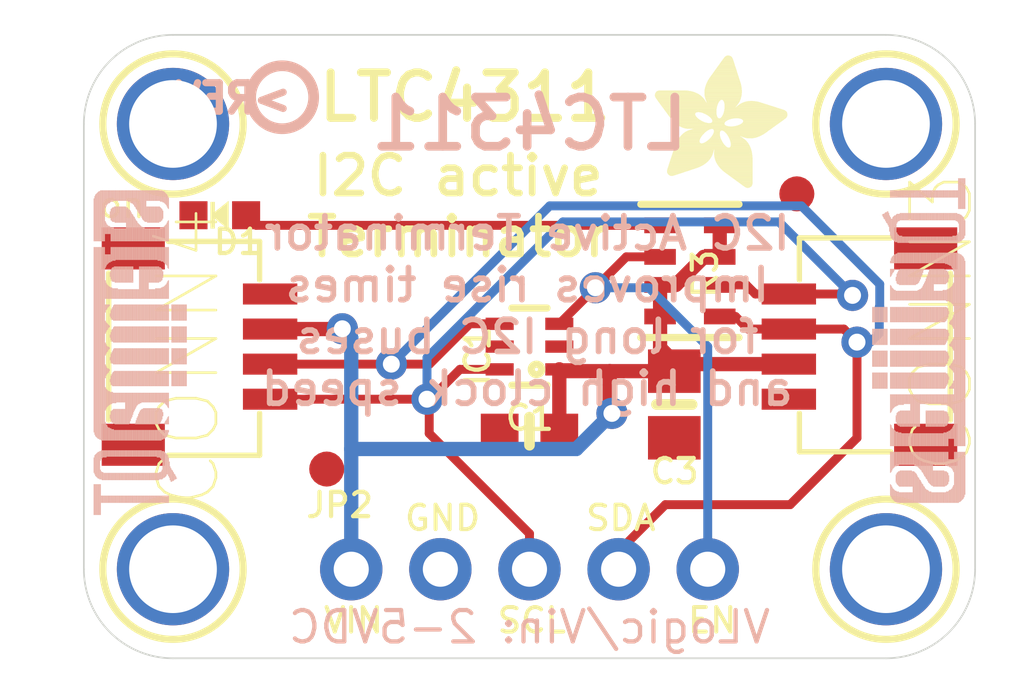
<source format=kicad_pcb>
(kicad_pcb (version 20211014) (generator pcbnew)
  (layers (0 "F.Cu" signal) (31 "B.Cu" signal) (34 "B.Paste" user) (35 "F.Paste" user) (36 "B.SilkS" user "B.Silkscreen") (37 "F.SilkS" user "F.Silkscreen") (38 "B.Mask" user) (39 "F.Mask" user) (44 "Edge.Cuts" user))
  (net 0 "")
  (net 1 "GND")
  (net 2 "SDA")
  (net 3 "SCL")
  (net 4 "VCC")
  (net 5 "N$1")
  (net 6 "EN")
  (footprint "boardEagle:FIDUCIAL_1MM" (layer "F.Cu") (at 156.1211 100.6475)
    (fp_text reference "FID4" hide)
    (fp_text value "FIDUCIAL_1MM" hide)
    (pad "1" smd roundrect (at 0 0) (size 1 1) (layers "F.Cu" "F.Mask") (roundrect_rratio 0.5))
  )
  (footprint "boardEagle:MOUNTINGHOLE_2.5_PLATED" (layer "F.Cu") (at 158.6611 98.6536)
    (fp_text reference "U$17" hide)
    (fp_text value "MOUNTINGHOLE2.5" hide)
    (pad "P$1" thru_hole circle (at 0 0) (size 3.2 3.2) (drill 2.5) (layers *.Cu *.Mask))
  )
  (footprint "boardEagle:ADAFRUIT_3.5MM" (layer "F.Cu") (at 152.0571 100.4951)
    (fp_text reference "U$22" hide)
    (fp_text value "" hide)
  )
  (footprint "boardEagle:MOUNTINGHOLE_2.5_PLATED" (layer "F.Cu") (at 158.6611 111.3536)
    (fp_text reference "U$21" hide)
    (fp_text value "MOUNTINGHOLE2.5" hide)
    (pad "P$1" thru_hole circle (at 0 0) (size 3.2 3.2) (drill 2.5) (layers *.Cu *.Mask))
  )
  (footprint "boardEagle:0603-NO" (layer "F.Cu") (at 148.5011 107.4166 180)
    (fp_text reference "C1" (at -0.762 0.381) (layer "F.SilkS") (effects (font (size 0.692831 0.692831) (thickness 0.119969)) (justify right)))
    (fp_text value "0.1uF")
    (pad "1" smd rect (at -0.85 0 180) (size 1.075 1) (layers "F.Cu" "F.Paste" "F.Mask") (net 4 "VCC"))
    (pad "2" smd rect (at 0.85 0 180) (size 1.075 1) (layers "F.Cu" "F.Paste" "F.Mask") (net 1 "GND"))
  )
  (footprint "boardEagle:RESPACK_4X0603" (layer "F.Cu") (at 153.0731 102.8446 90)
    (fp_text reference "R3" (at -0.838 0.432 90) (layer "F.SilkS") (effects (font (size 0.692831 0.692831) (thickness 0.119969)) (justify left)))
    (fp_text value "10K")
    (pad "1" smd rect (at -1.3 0.85 90) (size 0.45 0.9) (layers "F.Cu" "F.Paste" "F.Mask") (net 2 "SDA"))
    (pad "2" smd rect (at -0.4 0.85 90) (size 0.45 0.9) (layers "F.Cu" "F.Paste" "F.Mask") (net 3 "SCL"))
    (pad "3" smd rect (at 0.4 0.85 90) (size 0.45 0.9) (layers "F.Cu" "F.Paste" "F.Mask") (net 4 "VCC"))
    (pad "4" smd rect (at 1.3 0.85 90) (size 0.45 0.9) (layers "F.Cu" "F.Paste" "F.Mask") (net 4 "VCC"))
    (pad "5" smd rect (at 1.3 -0.85 90) (size 0.45 0.9) (layers "F.Cu" "F.Paste" "F.Mask") (net 5 "N$1"))
    (pad "6" smd rect (at 0.4 -0.85 90) (size 0.45 0.9) (layers "F.Cu" "F.Paste" "F.Mask") (net 6 "EN"))
    (pad "7" smd rect (at -0.4 -0.85 90) (size 0.45 0.9) (layers "F.Cu" "F.Paste" "F.Mask") (net 4 "VCC"))
    (pad "8" smd rect (at -1.3 -0.85 90) (size 0.45 0.9) (layers "F.Cu" "F.Paste" "F.Mask") (net 4 "VCC"))
  )
  (footprint "boardEagle:SC70-6L" (layer "F.Cu") (at 148.5011 105.0036 90)
    (fp_text reference "IC1" (at -1.2 -1.477 90) (layer "F.SilkS") (effects (font (size 0.692831 0.692831) (thickness 0.119969)) (justify left)))
    (fp_text value "LTC4311_SC70")
    (pad "1" smd rect (at -0.65 0.85 90) (size 0.35 0.8) (layers "F.Cu" "F.Paste" "F.Mask") (net 4 "VCC"))
    (pad "2" smd rect (at 0 0.85 90) (size 0.35 0.8) (layers "F.Cu" "F.Paste" "F.Mask") (net 1 "GND"))
    (pad "3" smd rect (at 0.65 0.85 90) (size 0.35 0.8) (layers "F.Cu" "F.Paste" "F.Mask") (net 6 "EN"))
    (pad "4" smd rect (at 0.65 -0.85 90) (size 0.35 0.8) (layers "F.Cu" "F.Paste" "F.Mask") (net 2 "SDA"))
    (pad "5" smd rect (at 0 -0.85 90) (size 0.35 0.8) (layers "F.Cu" "F.Paste" "F.Mask") (net 1 "GND"))
    (pad "6" smd rect (at -0.65 -0.85 90) (size 0.35 0.8) (layers "F.Cu" "F.Paste" "F.Mask") (net 3 "SCL"))
  )
  (footprint "boardEagle:FIDUCIAL_1MM" (layer "F.Cu") (at 142.7226 108.4961)
    (fp_text reference "FID3" hide)
    (fp_text value "FIDUCIAL_1MM" hide)
    (pad "1" smd roundrect (at 0 0) (size 1 1) (layers "F.Cu" "F.Mask") (roundrect_rratio 0.5))
  )
  (footprint "boardEagle:JST_SH4" (layer "F.Cu") (at 138.5951 105.0036 -90)
    (fp_text reference "CONN4" (at -4.092 -0.185 90) (layer "F.SilkS") (effects (font (size 1.703222 1.703222) (thickness 0.074778)) (justify right)))
    (fp_text value "STEMMA_I2C_QT" hide)
    (pad "1" smd rect (at -1.5 -2.514) (size 1.55 0.6) (layers "F.Cu" "F.Paste" "F.Mask") (net 1 "GND"))
    (pad "2" smd rect (at -0.5 -2.514) (size 1.55 0.6) (layers "F.Cu" "F.Paste" "F.Mask") (net 4 "VCC"))
    (pad "3" smd rect (at 0.5 -2.514) (size 1.55 0.6) (layers "F.Cu" "F.Paste" "F.Mask") (net 2 "SDA"))
    (pad "4" smd rect (at 1.5 -2.514) (size 1.55 0.6) (layers "F.Cu" "F.Paste" "F.Mask") (net 3 "SCL"))
    (pad "MT1" smd rect (at -2.8 1.386) (size 1.8 1.2) (layers "F.Cu" "F.Paste" "F.Mask"))
    (pad "MT2" smd rect (at 2.8 1.386) (size 1.8 1.2) (layers "F.Cu" "F.Paste" "F.Mask"))
  )
  (footprint "boardEagle:CHIPLED_0603_NOOUTLINE" (layer "F.Cu") (at 139.6746 101.2571 90)
    (fp_text reference "D1" (at -0.762 1.27) (layer "F.SilkS") (effects (font (size 0.692831 0.692831) (thickness 0.119969)) (justify right)))
    (fp_text value "GREEN")
    (pad "A" smd rect (at 0 0.75 90) (size 0.8 0.8) (layers "F.Cu" "F.Paste" "F.Mask") (net 5 "N$1"))
    (pad "C" smd rect (at 0 -0.75 90) (size 0.8 0.8) (layers "F.Cu" "F.Paste" "F.Mask") (net 1 "GND"))
  )
  (footprint "boardEagle:MOUNTINGHOLE_2.5_PLATED" (layer "F.Cu") (at 138.3411 98.6536)
    (fp_text reference "U$1" hide)
    (fp_text value "MOUNTINGHOLE2.5" hide)
    (pad "P$1" thru_hole circle (at 0 0) (size 3.2 3.2) (drill 2.5) (layers *.Cu *.Mask))
  )
  (footprint "boardEagle:JST_SH4" (layer "F.Cu") (at 158.4071 105.0036 90)
    (fp_text reference "CONN3" (at -3.711 1.847 90) (layer "F.SilkS") (effects (font (size 1.703222 1.703222) (thickness 0.074778)) (justify left)))
    (fp_text value "STEMMA_I2C_QT" hide)
    (pad "1" smd rect (at -1.5 -2.514 180) (size 1.55 0.6) (layers "F.Cu" "F.Paste" "F.Mask") (net 1 "GND"))
    (pad "2" smd rect (at -0.5 -2.514 180) (size 1.55 0.6) (layers "F.Cu" "F.Paste" "F.Mask") (net 4 "VCC"))
    (pad "3" smd rect (at 0.5 -2.514 180) (size 1.55 0.6) (layers "F.Cu" "F.Paste" "F.Mask") (net 2 "SDA"))
    (pad "4" smd rect (at 1.5 -2.514 180) (size 1.55 0.6) (layers "F.Cu" "F.Paste" "F.Mask") (net 3 "SCL"))
    (pad "MT1" smd rect (at -2.8 1.386 180) (size 1.8 1.2) (layers "F.Cu" "F.Paste" "F.Mask"))
    (pad "MT2" smd rect (at 2.8 1.386 180) (size 1.8 1.2) (layers "F.Cu" "F.Paste" "F.Mask"))
  )
  (footprint "boardEagle:0805-NO" (layer "F.Cu") (at 152.6286 106.6546 -90)
    (fp_text reference "C3" (at 1.905 -0.762) (layer "F.SilkS") (effects (font (size 0.692831 0.692831) (thickness 0.119969)) (justify right)))
    (fp_text value "10uF")
    (pad "1" smd rect (at -0.95 0 270) (size 1.24 1.5) (layers "F.Cu" "F.Paste" "F.Mask") (net 4 "VCC"))
    (pad "2" smd rect (at 0.95 0 270) (size 1.24 1.5) (layers "F.Cu" "F.Paste" "F.Mask") (net 1 "GND"))
  )
  (footprint "boardEagle:1X05_ROUND_70" (layer "F.Cu") (at 148.5011 111.3536)
    (fp_text reference "JP2" (at -6.4262 -1.8288) (layer "F.SilkS") (effects (font (size 0.692831 0.692831) (thickness 0.119969)) (justify left)))
    (fp_text value "")
    (pad "1" thru_hole circle (at -5.08 0 90) (size 1.778 1.778) (drill 1) (layers *.Cu *.Mask) (net 4 "VCC"))
    (pad "2" thru_hole circle (at -2.54 0 90) (size 1.778 1.778) (drill 1) (layers *.Cu *.Mask) (net 1 "GND"))
    (pad "3" thru_hole circle (at 0 0 90) (size 1.778 1.778) (drill 1) (layers *.Cu *.Mask) (net 3 "SCL"))
    (pad "4" thru_hole circle (at 2.54 0 90) (size 1.778 1.778) (drill 1) (layers *.Cu *.Mask) (net 2 "SDA"))
    (pad "5" thru_hole circle (at 5.08 0 90) (size 1.778 1.778) (drill 1) (layers *.Cu *.Mask) (net 6 "EN"))
  )
  (footprint "boardEagle:MOUNTINGHOLE_2.5_PLATED" (layer "F.Cu") (at 138.3411 111.3536)
    (fp_text reference "U$19" hide)
    (fp_text value "MOUNTINGHOLE2.5" hide)
    (pad "P$1" thru_hole circle (at 0 0) (size 3.2 3.2) (drill 2.5) (layers *.Cu *.Mask))
  )
  (footprint "boardEagle:PCBFEAT-REV-040" (layer "B.Cu") (at 141.4526 97.8916 180)
    (fp_text reference "U$25" hide)
    (fp_text value "" hide)
    (fp_text user ">REV" (at -0.3556 -0.508) (layer "B.SilkS") (effects (font (size 0.8128 0.8128) (thickness 0.2032)) (justify left bottom mirror)))
  )
  (footprint "boardEagle:STEMMAQT" (layer "B.Cu") (at 158.2801 109.4486 90)
    (fp_text reference "U$30" hide)
    (fp_text value "" hide)
  )
  (footprint "boardEagle:STEMMAQT" (layer "B.Cu") (at 138.7221 100.5586 -90)
    (fp_text reference "U$31" hide)
    (fp_text value "" hide)
  )
  (gr_arc (start 135.8011 98.6536) (mid 136.545049 96.857549) (end 138.3411 96.1136) (layer "Edge.Cuts") (width 0.05))
  (gr_line (start 161.2011 111.3536) (end 161.2011 98.6536) (layer "Edge.Cuts") (width 0.05))
  (gr_arc (start 138.3411 113.8936) (mid 136.545049 113.149651) (end 135.8011 111.3536) (layer "Edge.Cuts") (width 0.05))
  (gr_arc (start 158.6611 96.1136) (mid 160.457151 96.857549) (end 161.2011 98.6536) (layer "Edge.Cuts") (width 0.05))
  (gr_arc (start 161.2011 111.3536) (mid 160.457151 113.149651) (end 158.6611 113.8936) (layer "Edge.Cuts") (width 0.05))
  (gr_line (start 158.6611 96.1136) (end 138.3411 96.1136) (layer "Edge.Cuts") (width 0.05))
  (gr_line (start 138.3411 113.8936) (end 158.6611 113.8936) (layer "Edge.Cuts") (width 0.05))
  (gr_line (start 135.8011 98.6536) (end 135.8011 111.3536) (layer "Edge.Cuts") (width 0.05))
  (gr_text "VLogic/Vin: 2-5VDC" (at 148.5011 113.0046) (layer "B.SilkS") (effects (font (size 0.89408 0.89408) (thickness 0.12192)) (justify mirror)))
  (gr_text "I2C Active Terminator\nImproves rise times\nfor long I2C buses\nand high clock speed" (at 148.4376 103.9876) (layer "B.SilkS") (effects (font (size 0.917575 0.917575) (thickness 0.161925)) (justify mirror)))
  (gr_text "LTC4311" (at 148.5011 98.6536) (layer "B.SilkS") (effects (font (size 1.40335 1.40335) (thickness 0.24765)) (justify mirror)))
  (gr_text "VIN" (at 143.4846 112.8141) (layer "F.SilkS") (effects (font (size 0.699008 0.699008) (thickness 0.113792))))
  (gr_text "LTC4311" (at 146.6596 97.8916) (layer "F.SilkS") (effects (font (size 1.2954 1.2954) (thickness 0.2286))))
  (gr_text "I2C active\nTerminator" (at 146.4691 101.0031) (layer "F.SilkS") (effects (font (size 1.0795 1.0795) (thickness 0.1905))))
  (gr_text "EN" (at 153.7081 112.8141) (layer "F.SilkS") (effects (font (size 0.699008 0.699008) (thickness 0.113792))))
  (gr_text "GND" (at 146.0246 109.8931) (layer "F.SilkS") (effects (font (size 0.699008 0.699008) (thickness 0.113792))))
  (gr_text "SCL" (at 148.5646 112.8141) (layer "F.SilkS") (effects (font (size 0.699008 0.699008) (thickness 0.113792))))
  (gr_text "SDA" (at 151.1046 109.8931) (layer "F.SilkS") (effects (font (size 0.699008 0.699008) (thickness 0.113792))))
  (gr_text "on" (at 136.1821 101.3841) (layer "F.SilkS") (effects (font (size 0.715264 0.715264) (thickness 0.097536)) (justify left bottom)))
  (segment (start 146.8016 104.3536) (end 145.6516 105.5036) (width 0.254) (layer "F.Cu") (net 2))
  (segment (start 157.8356 104.8766) (end 157.4626 104.5036) (width 0.254) (layer "F.Cu") (net 2))
  (segment (start 154.7321 104.5036) (end 155.8931 104.5036) (width 0.254) (layer "F.Cu") (net 2))
  (segment (start 157.4626 104.5036) (end 155.8931 104.5036) (width 0.254) (layer "F.Cu") (net 2))
  (segment (start 154.3731 104.1446) (end 154.7321 104.5036) (width 0.254) (layer "F.Cu") (net 2))
  (segment (start 146.8016 104.3536) (end 147.6511 104.3536) (width 0.254) (layer "F.Cu") (net 2))
  (segment (start 152.3746 109.5121) (end 155.9306 109.5121) (width 0.254) (layer "F.Cu") (net 2))
  (segment (start 151.0411 110.8456) (end 152.3746 109.5121) (width 0.254) (layer "F.Cu") (net 2))
  (segment (start 157.8356 107.6071) (end 157.8356 104.8766) (width 0.254) (layer "F.Cu") (net 2))
  (segment (start 153.9231 104.1446) (end 154.3731 104.1446) (width 0.254) (layer "F.Cu") (net 2))
  (segment (start 145.6516 105.5036) (end 144.5641 105.5036) (width 0.254) (layer "F.Cu") (net 2))
  (segment (start 155.9306 109.5121) (end 157.8356 107.6071) (width 0.254) (layer "F.Cu") (net 2))
  (segment (start 151.0411 111.3536) (end 151.0411 110.8456) (width 0.254) (layer "F.Cu") (net 2))
  (segment (start 141.1091 105.5036) (end 144.5641 105.5036) (width 0.254) (layer "F.Cu") (net 2))
  (via (at 157.8356 104.8766) (size 0.889) (drill 0.4826) (layers "F.Cu" "B.Cu") (net 2))
  (via (at 144.5641 105.5036) (size 0.889) (drill 0.4826) (layers "F.Cu" "B.Cu") (net 2))
  (segment (start 158.2166 104.8766) (end 157.8356 104.8766) (width 0.254) (layer "B.Cu") (net 2))
  (segment (start 158.4833 103.222207) (end 158.4833 103.863994) (width 0.254) (layer "B.Cu") (net 2))
  (segment (start 158.4706 104.6226) (end 158.2166 104.8766) (width 0.254) (layer "B.Cu") (net 2))
  (segment (start 156.251493 100.9904) (end 158.4833 103.222207) (width 0.254) (layer "B.Cu") (net 2))
  (segment (start 144.5641 105.5036) (end 149.0773 100.9904) (width 0.254) (layer "B.Cu") (net 2))
  (segment (start 158.4706 103.876694) (end 158.4706 104.6226) (width 0.254) (layer "B.Cu") (net 2))
  (segment (start 158.4833 103.863994) (end 158.4706 103.876694) (width 0.254) (layer "B.Cu") (net 2))
  (segment (start 149.0773 100.9904) (end 156.251493 100.9904) (width 0.254) (layer "B.Cu") (net 2))
  (segment (start 155.8931 103.5036) (end 157.6691 103.5036) (width 0.254) (layer "F.Cu") (net 3))
  (segment (start 148.5011 111.3536) (end 148.5011 110.3376) (width 0.254) (layer "F.Cu") (net 3))
  (segment (start 145.6676 106.5036) (end 146.5176 105.6536) (width 0.254) (layer "F.Cu") (net 3))
  (segment (start 154.6796 103.2446) (end 154.9386 103.5036) (width 0.254) (layer "F.Cu") (net 3))
  (segment (start 145.6436 106.5036) (end 145.6676 106.5036) (width 0.2032) (layer "F.Cu") (net 3))
  (segment (start 145.5801 106.5036) (end 145.6436 106.5036) (width 0.254) (layer "F.Cu") (net 3))
  (segment (start 141.1091 106.5036) (end 145.5801 106.5036) (width 0.254) (layer "F.Cu") (net 3))
  (segment (start 153.9231 103.2446) (end 154.6796 103.2446) (width 0.254) (layer "F.Cu") (net 3))
  (segment (start 148.5011 110.3376) (end 145.6436 107.4801) (width 0.254) (layer "F.Cu") (net 3))
  (segment (start 145.6436 107.4801) (end 145.6436 106.5036) (width 0.254) (layer "F.Cu") (net 3))
  (segment (start 146.5176 105.6536) (end 147.6511 105.6536) (width 0.254) (layer "F.Cu") (net 3))
  (segment (start 157.6691 103.5036) (end 157.7086 103.5431) (width 0.254) (layer "F.Cu") (net 3))
  (segment (start 154.9386 103.5036) (end 155.8931 103.5036) (width 0.254) (layer "F.Cu") (net 3))
  (via (at 157.7086 103.5431) (size 0.889) (drill 0.4826) (layers "F.Cu" "B.Cu") (net 3))
  (via (at 145.5801 106.5036) (size 0.889) (drill 0.4826) (layers "F.Cu" "B.Cu") (net 3))
  (segment (start 157.7086 103.5431) (end 155.6131 101.4476) (width 0.254) (layer "B.Cu") (net 3))
  (segment (start 155.6131 101.4476) (end 149.4536 101.4476) (width 0.254) (layer "B.Cu") (net 3))
  (segment (start 145.5801 105.3211) (end 145.5801 106.5036) (width 0.254) (layer "B.Cu") (net 3))
  (segment (start 149.4536 101.4476) (end 145.5801 105.3211) (width 0.254) (layer "B.Cu") (net 3))
  (segment (start 150.8506 106.9086) (end 150.7871 106.8451) (width 0.4064) (layer "F.Cu") (net 4))
  (segment (start 155.8931 105.5036) (end 152.8296 105.5036) (width 0.4064) (layer "F.Cu") (net 4))
  (segment (start 149.3511 105.6536) (end 149.4021 105.7046) (width 0.4064) (layer "F.Cu") (net 4))
  (segment (start 152.2231 103.2446) (end 152.2231 104.1446) (width 0.4064) (layer "F.Cu") (net 4))
  (segment (start 150.7871 106.8451) (end 150.7871 105.7046) (width 0.4064) (layer "F.Cu") (net 4))
  (segment (start 153.4731 102.4446) (end 152.6731 103.2446) (width 0.4064) (layer "F.Cu") (net 4))
  (segment (start 153.9231 101.5446) (end 153.9231 102.4446) (width 0.4064) (layer "F.Cu") (net 4))
  (segment (start 152.75685 105.57635) (end 152.6286 105.7046) (width 0.4064) (layer "F.Cu") (net 4))
  (segment (start 150.7871 105.7046) (end 149.4021 105.7046) (width 0.4064) (layer "F.Cu") (net 4))
  (segment (start 143.1591 104.5036) (end 143.1671 104.4956) (width 0.4064) (layer "F.Cu") (net 4))
  (segment (start 152.6731 103.2446) (end 152.2231 103.2446) (width 0.4064) (layer "F.Cu") (net 4))
  (segment (start 153.9231 102.4446) (end 153.4731 102.4446) (width 0.4064) (layer "F.Cu") (net 4))
  (segment (start 152.2231 104.1446) (end 152.2231 105.0426) (width 0.4064) (layer "F.Cu") (net 4))
  (segment (start 149.3511 105.6536) (end 149.3511 107.4166) (width 0.4064) (layer "F.Cu") (net 4))
  (segment (start 152.6286 105.7046) (end 150.7871 105.7046) (width 0.4064) (layer "F.Cu") (net 4))
  (segment (start 152.2231 105.0426) (end 152.75685 105.57635) (width 0.4064) (layer "F.Cu") (net 4))
  (segment (start 141.1091 104.5036) (end 143.1591 104.5036) (width 0.4064) (layer "F.Cu") (net 4))
  (segment (start 152.8296 105.5036) (end 152.75685 105.57635) (width 0.4064) (layer "F.Cu") (net 4))
  (via (at 143.1671 104.4956) (size 0.889) (drill 0.4826) (layers "F.Cu" "B.Cu") (net 4))
  (via (at 150.8506 106.9086) (size 0.889) (drill 0.4826) (layers "F.Cu" "B.Cu") (net 4))
  (segment (start 143.4211 107.9246) (end 143.4211 111.3536) (width 0.4064) (layer "B.Cu") (net 4))
  (segment (start 149.8346 107.9246) (end 150.8506 106.9086) (width 0.4064) (layer "B.Cu") (net 4))
  (segment (start 143.4211 104.7496) (end 143.4211 107.9246) (width 0.4064) (layer "B.Cu") (net 4))
  (segment (start 143.1671 104.4956) (end 143.4211 104.7496) (width 0.4064) (layer "B.Cu") (net 4))
  (segment (start 143.4211 107.9246) (end 149.8346 107.9246) (width 0.4064) (layer "B.Cu") (net 4))
  (segment (start 140.4246 101.2571) (end 140.7121 101.5446) (width 0.254) (layer "F.Cu") (net 5))
  (segment (start 140.7121 101.5446) (end 152.2231 101.5446) (width 0.254) (layer "F.Cu") (net 5))
  (segment (start 149.3511 104.3536) (end 150.3791 103.3256) (width 0.254) (layer "F.Cu") (net 6))
  (segment (start 152.2231 102.4446) (end 151.2601 102.4446) (width 0.254) (layer "F.Cu") (net 6))
  (segment (start 151.2601 102.4446) (end 150.3791 103.3256) (width 0.254) (layer "F.Cu") (net 6))
  (via (at 150.3791 103.3256) (size 0.889) (drill 0.4826) (layers "F.Cu" "B.Cu") (net 6))
  (segment (start 150.3791 103.3256) (end 151.9031 103.3256) (width 0.254) (layer "B.Cu") (net 6))
  (segment (start 153.5811 105.0036) (end 153.5811 111.3536) (width 0.254) (layer "B.Cu") (net 6))
  (segment (start 151.9031 103.3256) (end 153.5811 105.0036) (width 0.254) (layer "B.Cu") (net 6))
)
</source>
